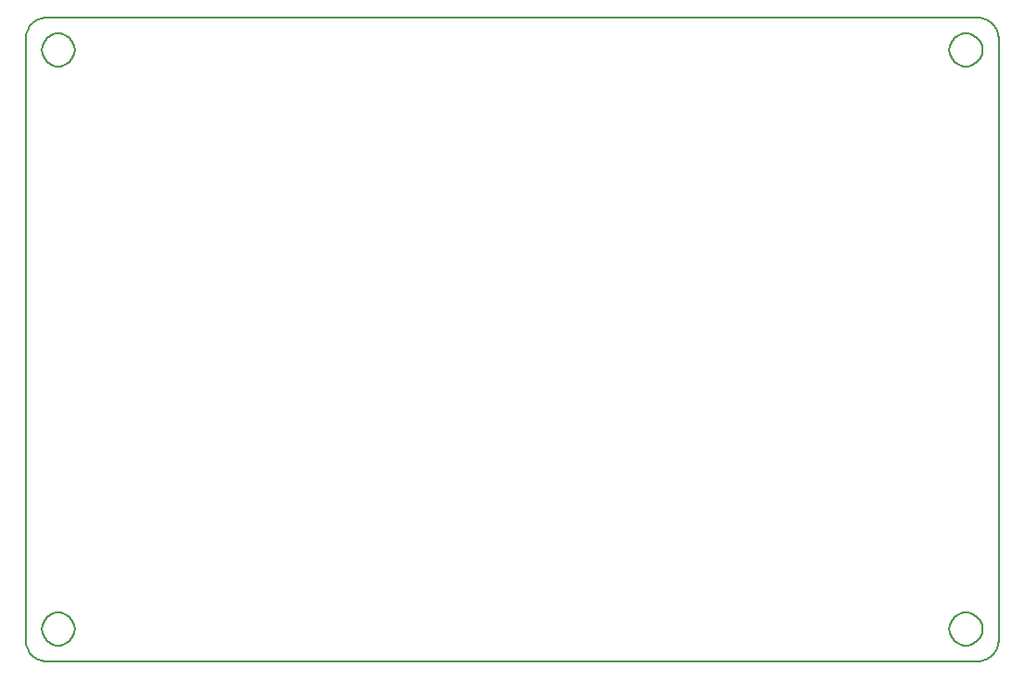
<source format=gbr>
%TF.GenerationSoftware,KiCad,Pcbnew,(5.1.7)-1*%
%TF.CreationDate,2021-06-25T20:26:21+01:00*%
%TF.ProjectId,flowcontrol-v0.1,666c6f77-636f-46e7-9472-6f6c2d76302e,rev?*%
%TF.SameCoordinates,Original*%
%TF.FileFunction,Profile,NP*%
%FSLAX46Y46*%
G04 Gerber Fmt 4.6, Leading zero omitted, Abs format (unit mm)*
G04 Created by KiCad (PCBNEW (5.1.7)-1) date 2021-06-25 20:26:21*
%MOMM*%
%LPD*%
G01*
G04 APERTURE LIST*
%TA.AperFunction,Profile*%
%ADD10C,0.200000*%
%TD*%
G04 APERTURE END LIST*
D10*
X98486400Y-66007500D02*
X98442700Y-66423300D01*
X98442700Y-121423300D02*
X98486400Y-121839100D01*
X98442700Y-66423300D02*
X98442700Y-121423300D01*
X101600000Y-121920000D02*
X101285400Y-121920000D01*
X102449700Y-121541700D02*
X102195200Y-121726700D01*
X102195200Y-121726700D02*
X101907800Y-121854600D01*
X101907800Y-121854600D02*
X101600000Y-121920000D01*
X100435700Y-121541700D02*
X100225100Y-121307900D01*
X100690200Y-119119900D02*
X100977600Y-118991900D01*
X101285400Y-118926500D02*
X101600000Y-118926500D01*
X102660300Y-119538700D02*
X102817600Y-119811100D01*
X102195200Y-119119900D02*
X102449700Y-119304900D01*
X100225100Y-119538700D02*
X100435700Y-119304900D01*
X101600000Y-118926500D02*
X101907800Y-118991900D01*
X100225100Y-121307900D02*
X100067800Y-121035400D01*
X100977600Y-121854600D02*
X100690200Y-121726700D01*
X100067800Y-119811100D02*
X100225100Y-119538700D01*
X101285400Y-121920000D02*
X100977600Y-121854600D01*
X100690200Y-121726700D02*
X100435700Y-121541700D01*
X100977600Y-118991900D02*
X101285400Y-118926500D01*
X101907800Y-118991900D02*
X102195200Y-119119900D01*
X102449700Y-119304900D02*
X102660300Y-119538700D01*
X102817600Y-119811100D02*
X102914800Y-120110400D01*
X102914800Y-120110400D02*
X102947700Y-120423300D01*
X100435700Y-119304900D02*
X100690200Y-119119900D01*
X102817600Y-121035400D02*
X102660300Y-121307900D01*
X102660300Y-121307900D02*
X102449700Y-121541700D01*
X99104400Y-122909600D02*
X99442700Y-123155300D01*
X99824700Y-123325400D02*
X100233700Y-123412300D01*
X185651700Y-123412300D02*
X186060700Y-123325400D01*
X99442700Y-123155300D02*
X99824700Y-123325400D01*
X100233700Y-123412300D02*
X185651700Y-123412300D01*
X186060700Y-123325400D02*
X186442700Y-123155300D01*
X186442700Y-123155300D02*
X186781000Y-122909600D01*
X187060700Y-65247700D02*
X186781000Y-64937000D01*
X100233700Y-64434300D02*
X99824700Y-64521200D01*
X187442700Y-66423300D02*
X187399000Y-66007500D01*
X187060700Y-122598900D02*
X187269800Y-122236800D01*
X186781000Y-122909600D02*
X187060700Y-122598900D01*
X185651700Y-64434300D02*
X100233700Y-64434300D01*
X187399000Y-66007500D02*
X187269800Y-65609800D01*
X98824700Y-65247700D02*
X98615600Y-65609800D01*
X99104400Y-64937000D02*
X98824700Y-65247700D01*
X187399000Y-121839100D02*
X187442700Y-121423300D01*
X99442700Y-64691300D02*
X99104400Y-64937000D01*
X99824700Y-64521200D02*
X99442700Y-64691300D01*
X186060700Y-64521200D02*
X185651700Y-64434300D01*
X187269800Y-122236800D02*
X187399000Y-121839100D01*
X187269800Y-65609800D02*
X187060700Y-65247700D01*
X187442700Y-121423300D02*
X187442700Y-66423300D01*
X186442700Y-64691300D02*
X186060700Y-64521200D01*
X186781000Y-64937000D02*
X186442700Y-64691300D01*
X102947700Y-67423300D02*
X102914800Y-67736200D01*
X183690200Y-119119900D02*
X183977600Y-118991900D01*
X183435700Y-121541700D02*
X183225100Y-121307900D01*
X185817600Y-119811100D02*
X185914800Y-120110400D01*
X183435700Y-119304900D02*
X183690200Y-119119900D01*
X183225100Y-121307900D02*
X183067800Y-121035400D01*
X185660300Y-121307900D02*
X185449700Y-121541700D01*
X185195200Y-119119900D02*
X185449700Y-119304900D01*
X101907800Y-68854700D02*
X101600000Y-68920100D01*
X183690200Y-121726700D02*
X183435700Y-121541700D01*
X183225100Y-119538700D02*
X183435700Y-119304900D01*
X183067800Y-121035400D02*
X182970600Y-120736200D01*
X182937700Y-120423300D02*
X182970600Y-120110400D01*
X99970600Y-120110400D02*
X100067800Y-119811100D01*
X185195200Y-121726700D02*
X184907800Y-121854600D01*
X185914800Y-120736200D02*
X185817600Y-121035400D01*
X183977600Y-121854600D02*
X183690200Y-121726700D01*
X102914800Y-67736200D02*
X102817600Y-68035500D01*
X102449700Y-68541700D02*
X102195200Y-68726700D01*
X102914800Y-120736200D02*
X102817600Y-121035400D01*
X185817600Y-121035400D02*
X185660300Y-121307900D01*
X184907800Y-121854600D02*
X184600000Y-121920000D01*
X102947700Y-120423300D02*
X102914800Y-120736200D01*
X99937700Y-120423300D02*
X99970600Y-120110400D01*
X99970600Y-120736200D02*
X99937700Y-120423300D01*
X183977600Y-118991900D02*
X184285400Y-118926500D01*
X184907800Y-118991900D02*
X185195200Y-119119900D01*
X100067800Y-121035400D02*
X99970600Y-120736200D01*
X184600000Y-118926500D02*
X184907800Y-118991900D01*
X184285400Y-121920000D02*
X183977600Y-121854600D01*
X185947700Y-120423300D02*
X185914800Y-120736200D01*
X183067800Y-119811100D02*
X183225100Y-119538700D01*
X182970600Y-120736200D02*
X182937700Y-120423300D01*
X102817600Y-68035500D02*
X102660300Y-68307900D01*
X185449700Y-119304900D02*
X185660300Y-119538700D01*
X185914800Y-120110400D02*
X185947700Y-120423300D01*
X184600000Y-121920000D02*
X184285400Y-121920000D01*
X182970600Y-120110400D02*
X183067800Y-119811100D01*
X185449700Y-121541700D02*
X185195200Y-121726700D01*
X185660300Y-119538700D02*
X185817600Y-119811100D01*
X102195200Y-68726700D02*
X101907800Y-68854700D01*
X184285400Y-118926500D02*
X184600000Y-118926500D01*
X102660300Y-68307900D02*
X102449700Y-68541700D01*
X101600000Y-68920100D02*
X101285400Y-68920100D01*
X100225100Y-66538700D02*
X100435700Y-66304900D01*
X100067800Y-66811200D02*
X100225100Y-66538700D01*
X185660300Y-68307900D02*
X185449700Y-68541700D01*
X99937700Y-67423300D02*
X99970600Y-67110400D01*
X99970600Y-67736200D02*
X99937700Y-67423300D01*
X100977600Y-68854700D02*
X100690200Y-68726700D01*
X101285400Y-68920100D02*
X100977600Y-68854700D01*
X184285400Y-68920100D02*
X183977600Y-68854700D01*
X98615600Y-65609800D02*
X98486400Y-66007500D01*
X185195200Y-68726700D02*
X184907800Y-68854700D01*
X185449700Y-68541700D02*
X185195200Y-68726700D01*
X185817600Y-68035500D02*
X185660300Y-68307900D01*
X185914800Y-67110400D02*
X185947700Y-67423300D01*
X183067800Y-66811200D02*
X183225100Y-66538700D01*
X183690200Y-66119900D02*
X183977600Y-65992000D01*
X98486400Y-121839100D02*
X98615600Y-122236800D01*
X184907800Y-65992000D02*
X185195200Y-66119900D01*
X184600000Y-65926600D02*
X184907800Y-65992000D01*
X183690200Y-68726700D02*
X183435700Y-68541700D01*
X183435700Y-66304900D02*
X183690200Y-66119900D01*
X182970600Y-67736200D02*
X182937700Y-67423300D01*
X183977600Y-68854700D02*
X183690200Y-68726700D01*
X185449700Y-66304900D02*
X185660300Y-66538700D01*
X183435700Y-68541700D02*
X183225100Y-68307900D01*
X98615600Y-122236800D02*
X98824700Y-122598900D01*
X101907800Y-65992000D02*
X102195200Y-66119900D01*
X102914800Y-67110400D02*
X102947700Y-67423300D01*
X185660300Y-66538700D02*
X185817600Y-66811200D01*
X102817600Y-66811200D02*
X102914800Y-67110400D01*
X182937700Y-67423300D02*
X182970600Y-67110400D01*
X102660300Y-66538700D02*
X102817600Y-66811200D01*
X184907800Y-68854700D02*
X184600000Y-68920100D01*
X101600000Y-65926600D02*
X101907800Y-65992000D01*
X185947700Y-67423300D02*
X185914800Y-67736200D01*
X185195200Y-66119900D02*
X185449700Y-66304900D01*
X98824700Y-122598900D02*
X99104400Y-122909600D01*
X100977600Y-65992000D02*
X101285400Y-65926600D01*
X100690200Y-68726700D02*
X100435700Y-68541700D01*
X183977600Y-65992000D02*
X184285400Y-65926600D01*
X102449700Y-66304900D02*
X102660300Y-66538700D01*
X100690200Y-66119900D02*
X100977600Y-65992000D01*
X100225100Y-68307900D02*
X100067800Y-68035500D01*
X100435700Y-68541700D02*
X100225100Y-68307900D01*
X184600000Y-68920100D02*
X184285400Y-68920100D01*
X183067800Y-68035500D02*
X182970600Y-67736200D01*
X183225100Y-66538700D02*
X183435700Y-66304900D01*
X185817600Y-66811200D02*
X185914800Y-67110400D01*
X99970600Y-67110400D02*
X100067800Y-66811200D01*
X100067800Y-68035500D02*
X99970600Y-67736200D01*
X185914800Y-67736200D02*
X185817600Y-68035500D01*
X184285400Y-65926600D02*
X184600000Y-65926600D01*
X183225100Y-68307900D02*
X183067800Y-68035500D01*
X102195200Y-66119900D02*
X102449700Y-66304900D01*
X101285400Y-65926600D02*
X101600000Y-65926600D01*
X182970600Y-67110400D02*
X183067800Y-66811200D01*
X100435700Y-66304900D02*
X100690200Y-66119900D01*
M02*

</source>
